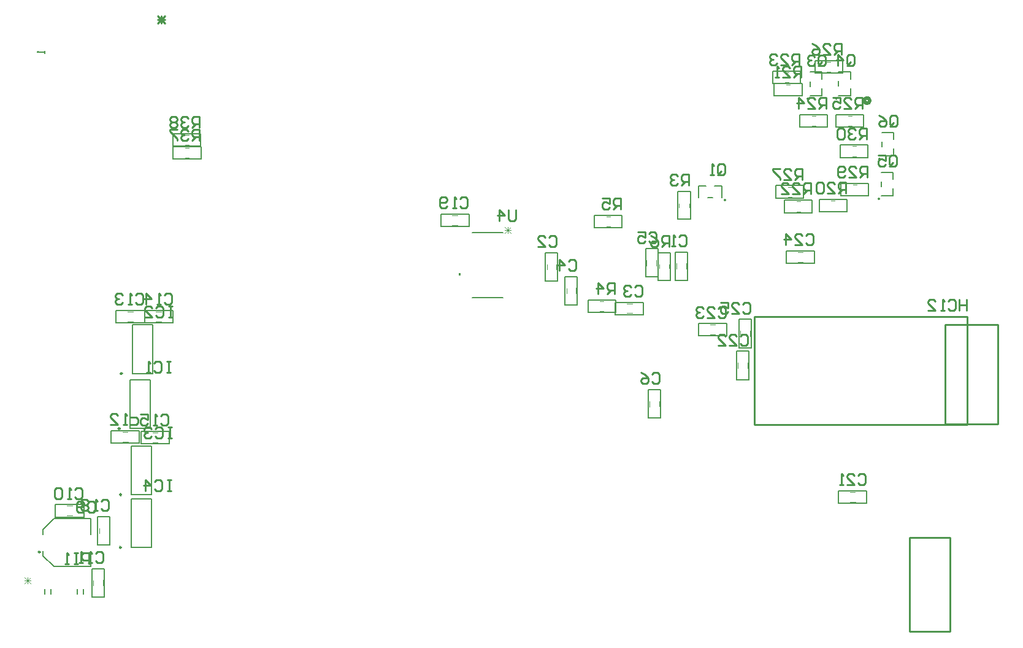
<source format=gbo>
G04*
G04 #@! TF.GenerationSoftware,Altium Limited,Altium Designer,18.1.6 (161)*
G04*
G04 Layer_Color=32896*
%FSTAX24Y24*%
%MOIN*%
G70*
G01*
G75*
%ADD10C,0.0200*%
%ADD12C,0.0098*%
%ADD13C,0.0060*%
%ADD14C,0.0079*%
%ADD16C,0.0050*%
%ADD17C,0.0040*%
%ADD18C,0.0111*%
%ADD20C,0.0100*%
%ADD22C,0.0030*%
%ADD131C,0.0059*%
G36*
X023137Y02426D02*
X023037D01*
Y02411D01*
X023137D01*
Y02426D01*
D02*
G37*
D10*
X045367Y03362D02*
G03*
X045367Y03362I-00015J0D01*
G01*
D12*
X000276Y009094D02*
G03*
X000276Y009094I-000049J0D01*
G01*
X004681Y00935D02*
G03*
X004681Y00935I-000049J0D01*
G01*
X004695Y012224D02*
G03*
X004695Y012224I-000049J0D01*
G01*
X004734Y018799D02*
G03*
X004734Y018799I-000049J0D01*
G01*
X004616Y015807D02*
G03*
X004616Y015807I-000049J0D01*
G01*
D13*
X037543Y028211D02*
G03*
X037543Y028211I-00005J0D01*
G01*
X045899Y028294D02*
G03*
X045899Y028294I-00005J0D01*
G01*
X045939Y03046D02*
G03*
X045939Y03046I-00005J0D01*
G01*
X042041Y033728D02*
G03*
X042041Y033728I-00005J0D01*
G01*
X043587Y033737D02*
G03*
X043587Y033737I-00005J0D01*
G01*
X000514Y006808D02*
Y007087D01*
X002286Y006808D02*
Y007087D01*
X000864Y006808D02*
Y007087D01*
X002636Y006808D02*
Y007087D01*
X023762Y022915D02*
X025432D01*
X023762Y026455D02*
X025432D01*
X037333Y028336D02*
Y028986D01*
X036053D02*
X036452D01*
X036053Y028336D02*
Y028986D01*
X036559Y028336D02*
X036827D01*
X036934Y028986D02*
X037333D01*
X045974Y028454D02*
X046624D01*
Y029335D02*
Y029734D01*
X045974D02*
X046624D01*
X045974Y02896D02*
Y029228D01*
X046624Y028454D02*
Y028853D01*
X046014Y03062D02*
X046664D01*
Y031501D02*
Y0319D01*
X046014D02*
X046664D01*
X046014Y031126D02*
Y031394D01*
X046664Y03062D02*
Y031019D01*
X042116Y033888D02*
X042766D01*
Y034769D02*
Y035168D01*
X042116D02*
X042766D01*
X042116Y034394D02*
Y034662D01*
X042766Y033888D02*
Y034287D01*
X043662Y033897D02*
X044312D01*
Y034778D02*
Y035177D01*
X043662D02*
X044312D01*
X043662Y034403D02*
Y034671D01*
X044312Y033897D02*
Y034296D01*
D14*
X000433Y010059D02*
Y010315D01*
Y008898D02*
Y009154D01*
X001024Y010906D02*
X003031D01*
X001024Y008307D02*
X003031D01*
Y010059D02*
Y010906D01*
Y008307D02*
Y009114D01*
X000433Y008898D02*
X001024Y008307D01*
X000433Y010315D02*
X001024Y010906D01*
X005223Y00935D02*
Y011988D01*
X006325Y00935D02*
Y011988D01*
X005223Y00935D02*
X006325D01*
X005223Y011988D02*
X006325D01*
X005236Y012224D02*
Y014862D01*
X006339Y012224D02*
Y014862D01*
X005236Y012224D02*
X006339D01*
X005236Y014862D02*
X006339D01*
X005276Y018799D02*
Y021437D01*
X006378Y018799D02*
Y021437D01*
X005276Y018799D02*
X006378D01*
X005276Y021437D02*
X006378D01*
X005157Y015807D02*
Y018445D01*
X00626Y015807D02*
Y018445D01*
X005157Y015807D02*
X00626D01*
X005157Y018445D02*
X00626D01*
D16*
X003085Y006648D02*
Y008188D01*
X003755D01*
Y006648D02*
Y008188D01*
X003085Y006648D02*
X003755D01*
X001103Y010999D02*
X002643D01*
X001103D02*
Y011669D01*
X002643D01*
Y010999D02*
Y011669D01*
X0034Y009489D02*
Y011029D01*
X00407D01*
Y009489D02*
Y011029D01*
X0034Y009489D02*
X00407D01*
X005743Y015655D02*
X007283D01*
Y014985D02*
Y015655D01*
X005743Y014985D02*
X007283D01*
X005743D02*
Y015655D01*
X00594Y02223D02*
X00748D01*
Y02156D02*
Y02223D01*
X00594Y02156D02*
X00748D01*
X00594D02*
Y02223D01*
X004404D02*
X005944D01*
Y02156D02*
Y02223D01*
X004404Y02156D02*
X005944D01*
X004404D02*
Y02223D01*
X004129Y015694D02*
X005669D01*
Y015024D02*
Y015694D01*
X004129Y015024D02*
X005669D01*
X004129D02*
Y015694D01*
X007485Y031136D02*
X009005D01*
X007485D02*
Y031816D01*
X009005D01*
Y031136D02*
Y031816D01*
X007491Y030447D02*
X009011D01*
X007491D02*
Y031127D01*
X009011D01*
Y030447D02*
Y031127D01*
X034001Y016378D02*
Y017918D01*
X033331Y016378D02*
X034001D01*
X033331D02*
Y017918D01*
X034001D01*
X022042Y027466D02*
X023582D01*
Y026796D02*
Y027466D01*
X022042Y026796D02*
X023582D01*
X022042D02*
Y027466D01*
X035616Y02717D02*
Y02869D01*
X034936Y02717D02*
X035616D01*
X034936D02*
Y02869D01*
X035616D01*
X034778Y023859D02*
Y025399D01*
X035448D01*
Y023859D02*
Y025399D01*
X034778Y023859D02*
X035448D01*
X027731Y023814D02*
Y025354D01*
X028401D01*
Y023814D02*
Y025354D01*
X027731Y023814D02*
X028401D01*
X033843Y023844D02*
Y025364D01*
X034523D01*
Y023844D02*
Y025364D01*
X033843Y023844D02*
X034523D01*
X030381Y027389D02*
X031901D01*
Y026709D02*
Y027389D01*
X030381Y026709D02*
X031901D01*
X030381D02*
Y027389D01*
X03004Y022101D02*
X03156D01*
X03004D02*
Y022781D01*
X03156D01*
Y022101D02*
Y022781D01*
X028794Y022515D02*
Y024055D01*
X029464D01*
Y022515D02*
Y024055D01*
X028794Y022515D02*
X029464D01*
X033844Y024036D02*
Y025576D01*
X033174Y024036D02*
X033844D01*
X033174D02*
Y025576D01*
X033844D01*
X03153Y021993D02*
X03307D01*
X03153D02*
Y022663D01*
X03307D01*
Y021993D02*
Y022663D01*
X043662Y012427D02*
X045202D01*
Y011757D02*
Y012427D01*
X043662Y011757D02*
X045202D01*
X043662D02*
Y012427D01*
X038243Y020197D02*
Y021737D01*
X038913D01*
Y020197D02*
Y021737D01*
X038243Y020197D02*
X038913D01*
X040822Y024778D02*
X042362D01*
X040822D02*
Y025448D01*
X042362D01*
Y024778D02*
Y025448D01*
X036058Y020841D02*
X037598D01*
X036058D02*
Y021511D01*
X037598D01*
Y020841D02*
Y021511D01*
X038125Y018465D02*
Y020005D01*
X038795D01*
Y018465D02*
Y020005D01*
X038125Y018465D02*
X038795D01*
X043784Y02912D02*
X045304D01*
Y02844D02*
Y02912D01*
X043784Y02844D02*
X045304D01*
X043784D02*
Y02912D01*
X043751Y030526D02*
X045271D01*
X043751D02*
Y031206D01*
X045271D01*
Y030526D02*
Y031206D01*
X040084Y035222D02*
X041604D01*
Y034542D02*
Y035222D01*
X040084Y034542D02*
X041604D01*
X040084D02*
Y035222D01*
X040168Y034553D02*
X041688D01*
Y033873D02*
Y034553D01*
X040168Y033873D02*
X041688D01*
X040168D02*
Y034553D01*
X042377Y035793D02*
X043897D01*
Y035113D02*
Y035793D01*
X042377Y035113D02*
X043897D01*
X042377D02*
Y035793D01*
X040247Y029001D02*
X041767D01*
Y028321D02*
Y029001D01*
X040247Y028321D02*
X041767D01*
X040247D02*
Y029001D01*
X042609Y028253D02*
X044129D01*
Y027573D02*
Y028253D01*
X042609Y027573D02*
X044129D01*
X042609D02*
Y028253D01*
X040719Y028214D02*
X042239D01*
Y027534D02*
Y028214D01*
X040719Y027534D02*
X042239D01*
X040719D02*
Y028214D01*
X043514Y03286D02*
X045034D01*
Y03218D02*
Y03286D01*
X043514Y03218D02*
X045034D01*
X043514D02*
Y03286D01*
X041546D02*
X043066D01*
Y03218D02*
Y03286D01*
X041546Y03218D02*
X043066D01*
X041546D02*
Y03286D01*
D17*
X003691Y007279D02*
Y007569D01*
X003165Y007279D02*
Y007559D01*
X001723Y011604D02*
X002013D01*
X001733Y011079D02*
X002013D01*
X004006Y010119D02*
Y010409D01*
X00348Y010119D02*
Y010399D01*
X006373Y015049D02*
X006663D01*
X006373Y015575D02*
X006653D01*
X00657Y021624D02*
X00686D01*
X00657Y02215D02*
X00685D01*
X005034Y021624D02*
X005324D01*
X005034Y02215D02*
X005314D01*
X004759Y015088D02*
X005049D01*
X004759Y015614D02*
X005039D01*
X008145Y031756D02*
X008345D01*
X008145Y031206D02*
X008345D01*
X008151Y031067D02*
X008351D01*
X008151Y030517D02*
X008351D01*
X033396Y016998D02*
Y017288D01*
X033921Y017008D02*
Y017288D01*
X022672Y02686D02*
X022962D01*
X022672Y027386D02*
X022952D01*
X034996Y02783D02*
Y02803D01*
X035546Y02783D02*
Y02803D01*
X035384Y024489D02*
Y024779D01*
X034858Y024489D02*
Y024769D01*
X028337Y024444D02*
Y024734D01*
X027811Y024444D02*
Y024724D01*
X034463Y024504D02*
Y024704D01*
X033913Y024504D02*
Y024704D01*
X031041Y026769D02*
X031241D01*
X031041Y027319D02*
X031241D01*
X0307Y022721D02*
X0309D01*
X0307Y022171D02*
X0309D01*
X0294Y023145D02*
Y023435D01*
X028874Y023145D02*
Y023425D01*
X033238Y024656D02*
Y024946D01*
X033764Y024666D02*
Y024946D01*
X03215Y022599D02*
X03244D01*
X03216Y022073D02*
X03244D01*
X044292Y011821D02*
X044582D01*
X044292Y012347D02*
X044572D01*
X038849Y020827D02*
Y021117D01*
X038323Y020827D02*
Y021107D01*
X041442Y025384D02*
X041732D01*
X041452Y024858D02*
X041732D01*
X036678Y021447D02*
X036968D01*
X036688Y020921D02*
X036968D01*
X03873Y019095D02*
Y019385D01*
X038205Y019095D02*
Y019375D01*
X044444Y0285D02*
X044644D01*
X044444Y02905D02*
X044644D01*
X044411Y031146D02*
X044611D01*
X044411Y030596D02*
X044611D01*
X040744Y034602D02*
X040944D01*
X040744Y035152D02*
X040944D01*
X040828Y033933D02*
X041028D01*
X040828Y034483D02*
X041028D01*
X043037Y035173D02*
X043237D01*
X043037Y035723D02*
X043237D01*
X040907Y028381D02*
X041107D01*
X040907Y028931D02*
X041107D01*
X043269Y027633D02*
X043469D01*
X043269Y028183D02*
X043469D01*
X041379Y027594D02*
X041579D01*
X041379Y028144D02*
X041579D01*
X044174Y03224D02*
X044374D01*
X044174Y03279D02*
X044374D01*
X042206Y03224D02*
X042406D01*
X042206Y03279D02*
X042406D01*
D18*
X05063Y016016D02*
X050669Y016055D01*
Y021882D01*
X039134Y016016D02*
X05063D01*
X039094Y021882D02*
X050669D01*
X039094Y016016D02*
Y021882D01*
D20*
X04946Y016048D02*
X05231D01*
X04946D02*
Y021448D01*
X05231D01*
Y016048D02*
Y021448D01*
X047534Y004773D02*
Y009873D01*
Y004773D02*
X049734D01*
Y009873D01*
X047534D02*
X049734D01*
X026109Y027695D02*
Y027195D01*
X026009Y027095D01*
X025809D01*
X025709Y027195D01*
Y027695D01*
X025209Y027095D02*
Y027695D01*
X025509Y027395D01*
X025109D01*
X008926Y032138D02*
Y032737D01*
X008626D01*
X008526Y032637D01*
Y032438D01*
X008626Y032338D01*
X008926D01*
X008726D02*
X008526Y032138D01*
X008326Y032637D02*
X008226Y032737D01*
X008026D01*
X007926Y032637D01*
Y032538D01*
X008026Y032438D01*
X008126D01*
X008026D01*
X007926Y032338D01*
Y032238D01*
X008026Y032138D01*
X008226D01*
X008326Y032238D01*
X007726Y032637D02*
X007626Y032737D01*
X007426D01*
X007326Y032637D01*
Y032538D01*
X007426Y032438D01*
X007326Y032338D01*
Y032238D01*
X007426Y032138D01*
X007626D01*
X007726Y032238D01*
Y032338D01*
X007626Y032438D01*
X007726Y032538D01*
Y032637D01*
X007626Y032438D02*
X007426D01*
X008938Y03145D02*
Y03205D01*
X008638D01*
X008538Y03195D01*
Y03175D01*
X008638Y03165D01*
X008938D01*
X008738D02*
X008538Y03145D01*
X008338Y03195D02*
X008238Y03205D01*
X008038D01*
X007938Y03195D01*
Y03185D01*
X008038Y03175D01*
X008138D01*
X008038D01*
X007938Y03165D01*
Y03155D01*
X008038Y03145D01*
X008238D01*
X008338Y03155D01*
X007738Y03205D02*
X007339D01*
Y03195D01*
X007738Y03155D01*
Y03145D01*
X0452Y031534D02*
Y032134D01*
X0449D01*
X0448Y032034D01*
Y031834D01*
X0449Y031734D01*
X0452D01*
X045D02*
X0448Y031534D01*
X0446Y032034D02*
X0445Y032134D01*
X0443D01*
X0442Y032034D01*
Y031934D01*
X0443Y031834D01*
X0444D01*
X0443D01*
X0442Y031734D01*
Y031634D01*
X0443Y031534D01*
X0445D01*
X0446Y031634D01*
X044Y032034D02*
X0439Y032134D01*
X0437D01*
X0436Y032034D01*
Y031634D01*
X0437Y031534D01*
X0439D01*
X044Y031634D01*
Y032034D01*
X045225Y029443D02*
Y030043D01*
X044925D01*
X044825Y029943D01*
Y029743D01*
X044925Y029643D01*
X045225D01*
X045025D02*
X044825Y029443D01*
X044225D02*
X044625D01*
X044225Y029843D01*
Y029943D01*
X044325Y030043D01*
X044525D01*
X044625Y029943D01*
X044026Y029543D02*
X043926Y029443D01*
X043726D01*
X043626Y029543D01*
Y029943D01*
X043726Y030043D01*
X043926D01*
X044026Y029943D01*
Y029843D01*
X043926Y029743D01*
X043626D01*
X04169Y029323D02*
Y029923D01*
X04139D01*
X04129Y029823D01*
Y029623D01*
X04139Y029523D01*
X04169D01*
X04149D02*
X04129Y029323D01*
X04069D02*
X04109D01*
X04069Y029723D01*
Y029823D01*
X04079Y029923D01*
X04099D01*
X04109Y029823D01*
X040491Y029923D02*
X040091D01*
Y029823D01*
X040491Y029423D01*
Y029323D01*
X043819Y036121D02*
Y036721D01*
X043519D01*
X043419Y036621D01*
Y036421D01*
X043519Y036321D01*
X043819D01*
X043619D02*
X043419Y036121D01*
X04282D02*
X043219D01*
X04282Y036521D01*
Y036621D01*
X04292Y036721D01*
X043119D01*
X043219Y036621D01*
X04222Y036721D02*
X04242Y036621D01*
X04262Y036421D01*
Y036221D01*
X04252Y036121D01*
X04232D01*
X04222Y036221D01*
Y036321D01*
X04232Y036421D01*
X04262D01*
X044954Y033185D02*
Y033785D01*
X044655D01*
X044555Y033685D01*
Y033485D01*
X044655Y033385D01*
X044954D01*
X044755D02*
X044555Y033185D01*
X043955D02*
X044355D01*
X043955Y033585D01*
Y033685D01*
X044055Y033785D01*
X044255D01*
X044355Y033685D01*
X043355Y033785D02*
X043755D01*
Y033485D01*
X043555Y033585D01*
X043455D01*
X043355Y033485D01*
Y033285D01*
X043455Y033185D01*
X043655D01*
X043755Y033285D01*
X042992Y033186D02*
Y033786D01*
X042692D01*
X042592Y033686D01*
Y033486D01*
X042692Y033386D01*
X042992D01*
X042792D02*
X042592Y033186D01*
X041992D02*
X042392D01*
X041992Y033586D01*
Y033686D01*
X042092Y033786D01*
X042292D01*
X042392Y033686D01*
X041492Y033186D02*
Y033786D01*
X041792Y033486D01*
X041392D01*
X041529Y035551D02*
Y036151D01*
X041229D01*
X041129Y036051D01*
Y035851D01*
X041229Y035751D01*
X041529D01*
X041329D02*
X041129Y035551D01*
X04053D02*
X04093D01*
X04053Y035951D01*
Y036051D01*
X04063Y036151D01*
X04083D01*
X04093Y036051D01*
X04033D02*
X04023Y036151D01*
X04003D01*
X03993Y036051D01*
Y035951D01*
X04003Y035851D01*
X04013D01*
X04003D01*
X03993Y035751D01*
Y035651D01*
X04003Y035551D01*
X04023D01*
X04033Y035651D01*
X042159Y028536D02*
Y029136D01*
X041859D01*
X04176Y029036D01*
Y028836D01*
X041859Y028736D01*
X042159D01*
X041959D02*
X04176Y028536D01*
X04116D02*
X04156D01*
X04116Y028936D01*
Y029036D01*
X04126Y029136D01*
X04146D01*
X04156Y029036D01*
X04056Y028536D02*
X04096D01*
X04056Y028936D01*
Y029036D01*
X04066Y029136D01*
X04086D01*
X04096Y029036D01*
X041612Y034877D02*
Y035477D01*
X041312D01*
X041212Y035377D01*
Y035177D01*
X041312Y035077D01*
X041612D01*
X041412D02*
X041212Y034877D01*
X040612D02*
X041012D01*
X040612Y035277D01*
Y035377D01*
X040712Y035477D01*
X040912D01*
X041012Y035377D01*
X040412Y034877D02*
X040212D01*
X040312D01*
Y035477D01*
X040412Y035377D01*
X044051Y028574D02*
Y029174D01*
X043751D01*
X043651Y029074D01*
Y028874D01*
X043751Y028774D01*
X044051D01*
X043851D02*
X043651Y028574D01*
X043051D02*
X043451D01*
X043051Y028974D01*
Y029074D01*
X043151Y029174D01*
X043351D01*
X043451Y029074D01*
X042851D02*
X042751Y029174D01*
X042551D01*
X042451Y029074D01*
Y028674D01*
X042551Y028574D01*
X042751D01*
X042851Y028674D01*
Y029074D01*
X034449Y025692D02*
Y026291D01*
X034149D01*
X034049Y026191D01*
Y025991D01*
X034149Y025892D01*
X034449D01*
X034249D02*
X034049Y025692D01*
X033449Y026291D02*
X033649Y026191D01*
X033849Y025991D01*
Y025792D01*
X033749Y025692D01*
X033549D01*
X033449Y025792D01*
Y025892D01*
X033549Y025991D01*
X033849D01*
X03183Y027715D02*
Y028315D01*
X03153D01*
X03143Y028215D01*
Y028015D01*
X03153Y027915D01*
X03183D01*
X03163D02*
X03143Y027715D01*
X03083Y028315D02*
X03123D01*
Y028015D01*
X03103Y028115D01*
X03093D01*
X03083Y028015D01*
Y027815D01*
X03093Y027715D01*
X03113D01*
X03123Y027815D01*
X03149Y023104D02*
Y023704D01*
X03119D01*
X03109Y023604D01*
Y023404D01*
X03119Y023304D01*
X03149D01*
X03129D02*
X03109Y023104D01*
X03059D02*
Y023704D01*
X03089Y023404D01*
X03049D01*
X035537Y029012D02*
Y029612D01*
X035237D01*
X035137Y029512D01*
Y029312D01*
X035237Y029212D01*
X035537D01*
X035337D02*
X035137Y029012D01*
X034937Y029512D02*
X034837Y029612D01*
X034637D01*
X034537Y029512D01*
Y029412D01*
X034637Y029312D01*
X034737D01*
X034637D01*
X034537Y029212D01*
Y029112D01*
X034637Y029012D01*
X034837D01*
X034937Y029112D01*
X04647Y032326D02*
Y032726D01*
X04657Y032826D01*
X046769D01*
X046869Y032726D01*
Y032326D01*
X046769Y032226D01*
X04657D01*
X04667Y032426D02*
X04647Y032226D01*
X04657D02*
X04647Y032326D01*
X04587Y032826D02*
X04607Y032726D01*
X04627Y032526D01*
Y032326D01*
X04617Y032226D01*
X04597D01*
X04587Y032326D01*
Y032426D01*
X04597Y032526D01*
X04627D01*
X046429Y030166D02*
Y030566D01*
X046529Y030666D01*
X046729D01*
X046829Y030566D01*
Y030166D01*
X046729Y030066D01*
X046529D01*
X046629Y030266D02*
X046429Y030066D01*
X046529D02*
X046429Y030166D01*
X045829Y030666D02*
X046229D01*
Y030366D01*
X046029Y030466D01*
X045929D01*
X045829Y030366D01*
Y030166D01*
X045929Y030066D01*
X046129D01*
X046229Y030166D01*
X044117Y03561D02*
Y03601D01*
X044217Y03611D01*
X044417D01*
X044517Y03601D01*
Y03561D01*
X044417Y03551D01*
X044217D01*
X044317Y03571D02*
X044117Y03551D01*
X044217D02*
X044117Y03561D01*
X043617Y03551D02*
Y03611D01*
X043917Y03581D01*
X043517D01*
X042572Y035601D02*
Y036D01*
X042672Y0361D01*
X042872D01*
X042972Y036D01*
Y035601D01*
X042872Y035501D01*
X042672D01*
X042772Y035701D02*
X042572Y035501D01*
X042672D02*
X042572Y035601D01*
X042372Y036D02*
X042273Y0361D01*
X042073D01*
X041973Y036D01*
Y0359D01*
X042073Y035801D01*
X042173D01*
X042073D01*
X041973Y035701D01*
Y035601D01*
X042073Y035501D01*
X042273D01*
X042372Y035601D01*
X037077Y029695D02*
Y030095D01*
X037177Y030195D01*
X037377D01*
X037477Y030095D01*
Y029695D01*
X037377Y029595D01*
X037177D01*
X037277Y029795D02*
X037077Y029595D01*
X037177D02*
X037077Y029695D01*
X036877Y029595D02*
X036677D01*
X036777D01*
Y030195D01*
X036877Y030095D01*
X00293Y00845D02*
Y00905D01*
X00263D01*
X00253Y00895D01*
Y00875D01*
X00263Y00865D01*
X00293D01*
X00233Y00905D02*
X00213D01*
X00223D01*
Y00845D01*
X00233D01*
X00213D01*
X00183D02*
X00163D01*
X00173D01*
Y00905D01*
X00183Y00895D01*
X007404Y013009D02*
X007204D01*
X007304D01*
Y012409D01*
X007404D01*
X007204D01*
X006505Y012909D02*
X006605Y013009D01*
X006805D01*
X006904Y012909D01*
Y012509D01*
X006805Y012409D01*
X006605D01*
X006505Y012509D01*
X006005Y012409D02*
Y013009D01*
X006305Y012709D01*
X005905D01*
X007421Y015883D02*
X007221D01*
X007321D01*
Y015283D01*
X007421D01*
X007221D01*
X006522Y015783D02*
X006622Y015883D01*
X006822D01*
X006922Y015783D01*
Y015383D01*
X006822Y015283D01*
X006622D01*
X006522Y015383D01*
X006322Y015783D02*
X006222Y015883D01*
X006022D01*
X005922Y015783D01*
Y015683D01*
X006022Y015583D01*
X006122D01*
X006022D01*
X005922Y015483D01*
Y015383D01*
X006022Y015283D01*
X006222D01*
X006322Y015383D01*
X007464Y022457D02*
X007264D01*
X007364D01*
Y021857D01*
X007464D01*
X007264D01*
X006564Y022357D02*
X006664Y022457D01*
X006864D01*
X006964Y022357D01*
Y021957D01*
X006864Y021857D01*
X006664D01*
X006564Y021957D01*
X005964Y021857D02*
X006364D01*
X005964Y022257D01*
Y022357D01*
X006064Y022457D01*
X006264D01*
X006364Y022357D01*
X007341Y019458D02*
X007141D01*
X007241D01*
Y018858D01*
X007341D01*
X007141D01*
X006441Y019358D02*
X006541Y019458D01*
X006741D01*
X006841Y019358D01*
Y018958D01*
X006741Y018858D01*
X006541D01*
X006441Y018958D01*
X006241Y018858D02*
X006042D01*
X006141D01*
Y019458D01*
X006241Y019358D01*
X05063Y022834D02*
Y022234D01*
Y022534D01*
X05023D01*
Y022834D01*
Y022234D01*
X04963Y022734D02*
X04973Y022834D01*
X04993D01*
X05003Y022734D01*
Y022334D01*
X04993Y022234D01*
X04973D01*
X04963Y022334D01*
X04943Y022234D02*
X04923D01*
X04933D01*
Y022834D01*
X04943Y022734D01*
X04853Y022234D02*
X04893D01*
X04853Y022634D01*
Y022734D01*
X04863Y022834D01*
X04883D01*
X04893Y022734D01*
X038442Y022559D02*
X038542Y022658D01*
X038742D01*
X038842Y022559D01*
Y022159D01*
X038742Y022059D01*
X038542D01*
X038442Y022159D01*
X037842Y022059D02*
X038242D01*
X037842Y022459D01*
Y022559D01*
X037942Y022658D01*
X038142D01*
X038242Y022559D01*
X037243Y022658D02*
X037643D01*
Y022359D01*
X037443Y022459D01*
X037343D01*
X037243Y022359D01*
Y022159D01*
X037343Y022059D01*
X037543D01*
X037643Y022159D01*
X041882Y026269D02*
X041982Y026369D01*
X042182D01*
X042282Y026269D01*
Y025869D01*
X042182Y025769D01*
X041982D01*
X041882Y025869D01*
X041282Y025769D02*
X041682D01*
X041282Y026169D01*
Y026269D01*
X041382Y026369D01*
X041582D01*
X041682Y026269D01*
X040783Y025769D02*
Y026369D01*
X041082Y026069D01*
X040683D01*
X037119Y022333D02*
X037219Y022432D01*
X037419D01*
X037519Y022333D01*
Y021933D01*
X037419Y021833D01*
X037219D01*
X037119Y021933D01*
X036519Y021833D02*
X036919D01*
X036519Y022233D01*
Y022333D01*
X036619Y022432D01*
X036819D01*
X036919Y022333D01*
X036319D02*
X036219Y022432D01*
X03602D01*
X03592Y022333D01*
Y022233D01*
X03602Y022133D01*
X03612D01*
X03602D01*
X03592Y022033D01*
Y021933D01*
X03602Y021833D01*
X036219D01*
X036319Y021933D01*
X038321Y02083D02*
X038421Y02093D01*
X038621D01*
X038721Y02083D01*
Y02043D01*
X038621Y02033D01*
X038421D01*
X038321Y02043D01*
X037721Y02033D02*
X038121D01*
X037721Y02073D01*
Y02083D01*
X037821Y02093D01*
X038021D01*
X038121Y02083D01*
X037121Y02033D02*
X037521D01*
X037121Y02073D01*
Y02083D01*
X037221Y02093D01*
X037421D01*
X037521Y02083D01*
X04473Y013255D02*
X04483Y013355D01*
X04503D01*
X04513Y013255D01*
Y012856D01*
X04503Y012756D01*
X04483D01*
X04473Y012856D01*
X04413Y012756D02*
X04453D01*
X04413Y013155D01*
Y013255D01*
X04423Y013355D01*
X04443D01*
X04453Y013255D01*
X04393Y012756D02*
X04373D01*
X04383D01*
Y013355D01*
X04393Y013255D01*
X023103Y028287D02*
X023203Y028387D01*
X023403D01*
X023503Y028287D01*
Y027887D01*
X023403Y027787D01*
X023203D01*
X023103Y027887D01*
X022903Y027787D02*
X022703D01*
X022803D01*
Y028387D01*
X022903Y028287D01*
X022404Y027887D02*
X022304Y027787D01*
X022104D01*
X022004Y027887D01*
Y028287D01*
X022104Y028387D01*
X022304D01*
X022404Y028287D01*
Y028187D01*
X022304Y028087D01*
X022004D01*
X003597Y011855D02*
X003697Y011955D01*
X003897D01*
X003997Y011855D01*
Y011455D01*
X003897Y011356D01*
X003697D01*
X003597Y011455D01*
X003397Y011356D02*
X003197D01*
X003297D01*
Y011955D01*
X003397Y011855D01*
X002897D02*
X002797Y011955D01*
X002597D01*
X002497Y011855D01*
Y011755D01*
X002597Y011655D01*
X002497Y011555D01*
Y011455D01*
X002597Y011356D01*
X002797D01*
X002897Y011455D01*
Y011555D01*
X002797Y011655D01*
X002897Y011755D01*
Y011855D01*
X002797Y011655D02*
X002597D01*
X006807Y016476D02*
X006907Y016576D01*
X007107D01*
X007207Y016476D01*
Y016076D01*
X007107Y015976D01*
X006907D01*
X006807Y016076D01*
X006607Y015976D02*
X006407D01*
X006507D01*
Y016576D01*
X006607Y016476D01*
X005707Y016576D02*
X006107D01*
Y016276D01*
X005907Y016376D01*
X005807D01*
X005707Y016276D01*
Y016076D01*
X005807Y015976D01*
X006007D01*
X006107Y016076D01*
X007006Y023057D02*
X007106Y023157D01*
X007306D01*
X007406Y023057D01*
Y022657D01*
X007306Y022557D01*
X007106D01*
X007006Y022657D01*
X006806Y022557D02*
X006606D01*
X006706D01*
Y023157D01*
X006806Y023057D01*
X006006Y022557D02*
Y023157D01*
X006306Y022857D01*
X005906D01*
X005472Y023052D02*
X005572Y023152D01*
X005772D01*
X005871Y023052D01*
Y022652D01*
X005772Y022553D01*
X005572D01*
X005472Y022652D01*
X005272Y022553D02*
X005072D01*
X005172D01*
Y023152D01*
X005272Y023052D01*
X004772D02*
X004672Y023152D01*
X004472D01*
X004372Y023052D01*
Y022952D01*
X004472Y022852D01*
X004572D01*
X004472D01*
X004372Y022752D01*
Y022652D01*
X004472Y022553D01*
X004672D01*
X004772Y022652D01*
X00519Y016417D02*
X00549D01*
X00559Y016317D01*
Y016117D01*
X00549Y016017D01*
X00519D01*
X00499D02*
X00479D01*
X00489D01*
Y016617D01*
X00499Y016517D01*
X004091Y016017D02*
X00449D01*
X004091Y016417D01*
Y016517D01*
X004191Y016617D01*
X00439D01*
X00449Y016517D01*
X003276Y009009D02*
X003376Y009109D01*
X003576D01*
X003676Y009009D01*
Y008609D01*
X003576Y008509D01*
X003376D01*
X003276Y008609D01*
X003076Y008509D02*
X002877D01*
X002977D01*
Y009109D01*
X003076Y009009D01*
X002577Y008509D02*
X002377D01*
X002477D01*
Y009109D01*
X002577Y009009D01*
X002171Y012494D02*
X002271Y012594D01*
X002471D01*
X002571Y012494D01*
Y012094D01*
X002471Y011994D01*
X002271D01*
X002171Y012094D01*
X001971Y011994D02*
X001771D01*
X001871D01*
Y012594D01*
X001971Y012494D01*
X001472D02*
X001372Y012594D01*
X001172D01*
X001072Y012494D01*
Y012094D01*
X001172Y011994D01*
X001372D01*
X001472Y012094D01*
Y012494D01*
X00286Y011745D02*
X002959Y011845D01*
X003159D01*
X003259Y011745D01*
Y011345D01*
X003159Y011245D01*
X002959D01*
X00286Y011345D01*
X00266D02*
X00256Y011245D01*
X00236D01*
X00226Y011345D01*
Y011745D01*
X00236Y011845D01*
X00256D01*
X00266Y011745D01*
Y011645D01*
X00256Y011545D01*
X00226D01*
X033523Y01874D02*
X033623Y01884D01*
X033823D01*
X033923Y01874D01*
Y01834D01*
X033823Y01824D01*
X033623D01*
X033523Y01834D01*
X032923Y01884D02*
X033123Y01874D01*
X033323Y01854D01*
Y01834D01*
X033223Y01824D01*
X033023D01*
X032923Y01834D01*
Y01844D01*
X033023Y01854D01*
X033323D01*
X033369Y026397D02*
X033469Y026497D01*
X033669D01*
X033769Y026397D01*
Y025997D01*
X033669Y025897D01*
X033469D01*
X033369Y025997D01*
X03277Y026497D02*
X033169D01*
Y026197D01*
X032969Y026297D01*
X03287D01*
X03277Y026197D01*
Y025997D01*
X03287Y025897D01*
X033069D01*
X033169Y025997D01*
X028993Y024877D02*
X029093Y024977D01*
X029293D01*
X029393Y024877D01*
Y024477D01*
X029293Y024377D01*
X029093D01*
X028993Y024477D01*
X028493Y024377D02*
Y024977D01*
X028793Y024677D01*
X028393D01*
X0326Y023485D02*
X0327Y023585D01*
X0329D01*
X033Y023485D01*
Y023085D01*
X0329Y022985D01*
X0327D01*
X0326Y023085D01*
X0324Y023485D02*
X0323Y023585D01*
X0321D01*
X032Y023485D01*
Y023385D01*
X0321Y023285D01*
X0322D01*
X0321D01*
X032Y023185D01*
Y023085D01*
X0321Y022985D01*
X0323D01*
X0324Y023085D01*
X027923Y026177D02*
X028023Y026277D01*
X028223D01*
X028323Y026177D01*
Y025777D01*
X028223Y025677D01*
X028023D01*
X027923Y025777D01*
X027323Y025677D02*
X027723D01*
X027323Y026077D01*
Y026177D01*
X027423Y026277D01*
X027623D01*
X027723Y026177D01*
X034973Y026227D02*
X035073Y026327D01*
X035273D01*
X035373Y026227D01*
Y025827D01*
X035273Y025727D01*
X035073D01*
X034973Y025827D01*
X034773Y025727D02*
X034573D01*
X034673D01*
Y026327D01*
X034773Y026227D01*
X00705Y03821D02*
X00665Y03781D01*
X00705D02*
X00665Y03821D01*
X00705Y03801D02*
X00665D01*
X00685Y03781D02*
Y03821D01*
D22*
X-000572Y007396D02*
X-000239Y007729D01*
X-000572D02*
X-000239Y007396D01*
X-000572Y007563D02*
X-000239D01*
X-000405Y007729D02*
Y007396D01*
X025847Y026762D02*
X025514Y026428D01*
X025847D02*
X025514Y026762D01*
X025847Y026595D02*
X025514D01*
X02568Y026428D02*
Y026762D01*
D131*
X000531Y036319D02*
Y036188D01*
Y036253D01*
X000138D01*
X000204Y036319D01*
M02*

</source>
